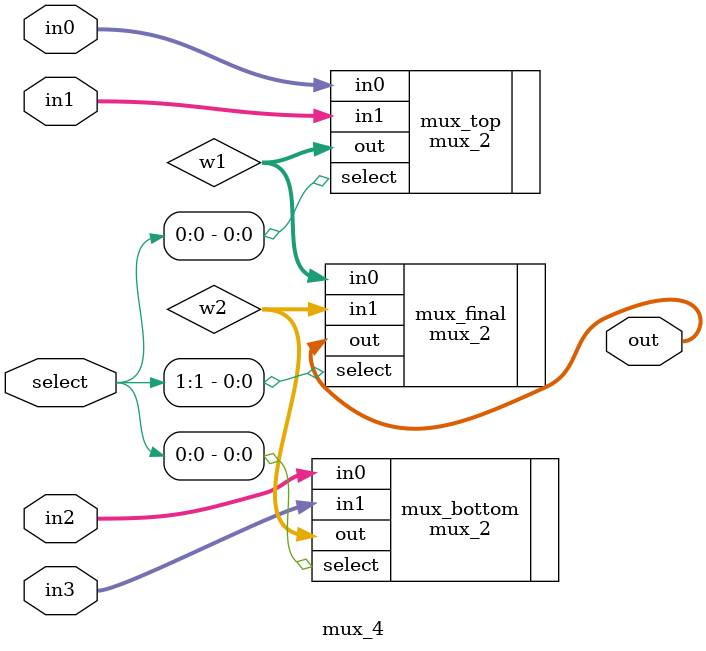
<source format=v>
module mux_4 #(parameter WIDTH = 32)(select, in0, in1, in2, in3, out);
    input [1:0] select;
    input [WIDTH-1:0] in0, in1, in2, in3;
    output [WIDTH-1:0] out;
    wire [WIDTH-1:0] w1, w2;
    
    mux_2 #(.WIDTH(WIDTH)) mux_top (
        .select(select[0]),
        .in0(in0),
        .in1(in1),
        .out(w1)
    );
    
    mux_2 #(.WIDTH(WIDTH)) mux_bottom (
        .select(select[0]),
        .in0(in2),
        .in1(in3),
        .out(w2)
    );
    
    mux_2 #(.WIDTH(WIDTH)) mux_final (
        .select(select[1]),
        .in0(w1),
        .in1(w2),
        .out(out)
    );
endmodule
</source>
